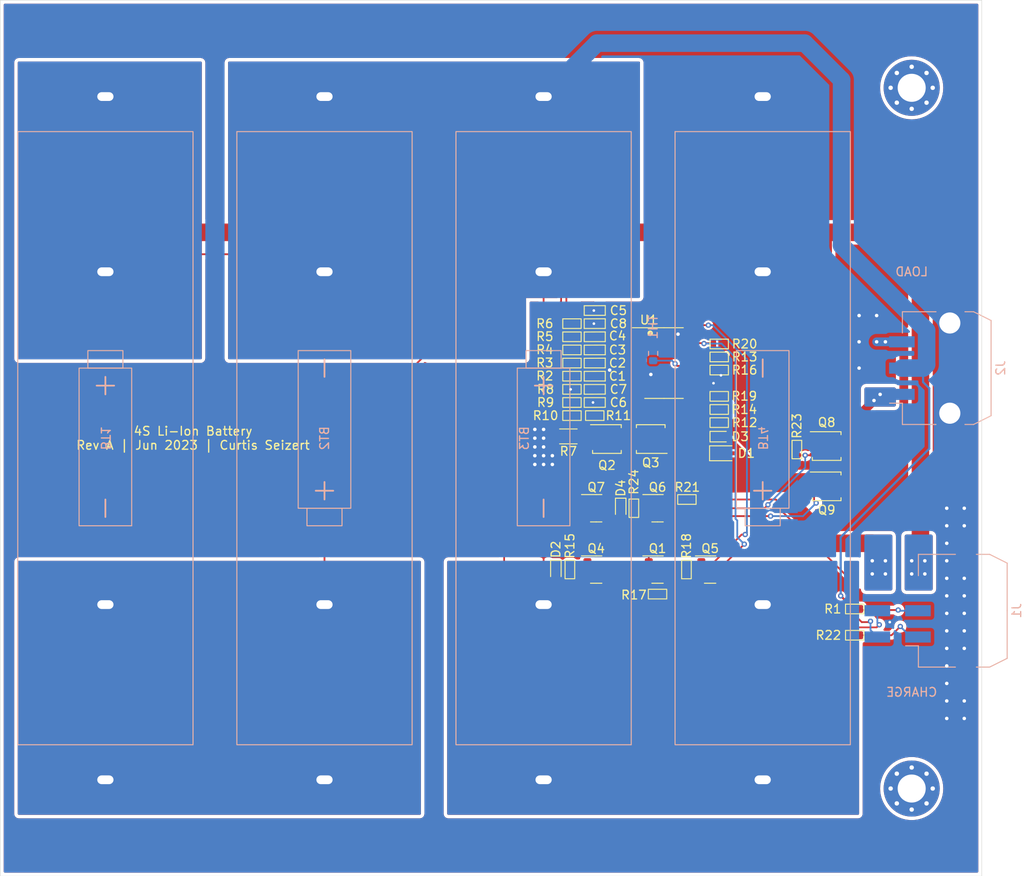
<source format=kicad_pcb>
(kicad_pcb (version 20211014) (generator pcbnew)
  (layers (0 "F.Cu" signal) (31 "B.Cu" power) (34 "B.Paste" user) (35 "F.Paste" user) (36 "B.SilkS" user "B.Silkscreen") (37 "F.SilkS" user "F.Silkscreen") (38 "B.Mask" user) (39 "F.Mask" user) (44 "Edge.Cuts" user))
  (net 0 "")
  (net 1 "BATT-")
  (net 2 "Net-(C2-Pad1)")
  (net 3 "Net-(C3-Pad1)")
  (net 4 "Net-(C4-Pad1)")
  (net 5 "PACK-")
  (net 6 "PACK+")
  (net 7 "VDD")
  (net 8 "4P")
  (net 9 "3P")
  (net 10 "2P")
  (net 11 "1P")
  (net 12 "AVDD")
  (net 13 "Net-(C4-Pad2)")
  (net 14 "Net-(C7-Pad2)")
  (net 15 "Net-(C7-Pad1)")
  (net 18 "/CHG_FET_G")
  (net 19 "/DSG_FET_G")
  (net 20 "V_{OUT}-")
  (net 21 "V_{OUT}+")
  (net 22 "Net-(R19-Pad1)")
  (net 23 "PWR_SW")
  (net 24 "CHG")
  (net 25 "PWR_SW_GND")
  (net 26 "/PRES")
  (net 27 "Net-(Q4-Pad3)")
  (net 28 "Net-(Q7-Pad3)")
  (net 29 "Net-(R11-Pad1)")
  (net 30 "Net-(R16-Pad2)")
  (net 31 "Net-(D1-Pad2)")
  (net 32 "Net-(D2-Pad1)")
  (net 33 "NMOS_G")
  (net 34 "Net-(Q6-Pad3)")
  (net 35 "Net-(Q2-Pad1)")
  (net 36 "Net-(Q2-Pad5)")
  (net 37 "Net-(R13-Pad1)")
  (net 38 "Net-(R13-Pad2)")
  (net 39 "Net-(R1-Pad2)")
  (footprint "Capacitor_SMD:C_0603_1608Metric_red_outline" (layer "F.Cu") (at 105.8375 75.925)
    (fp_text reference "C6")
    (fp_text value "0.1uF")
  )
  (footprint "Resistor_SMD:R_0603_1608Metric_red" (layer "F.Cu") (at 105.8375 77.425 180)
    (fp_text reference "R11")
    (fp_text value "1k")
  )
  (footprint "Resistor_SMD:R_0603_1608Metric_red" (layer "F.Cu") (at 120.0375 69.245)
    (fp_text reference "R20")
    (fp_text value "1M")
  )
  (footprint "Resistor_SMD:R_0603_1608Metric_red" (layer "F.Cu") (at 128.9 81.3 -90)
    (fp_text reference "R23")
    (fp_text value "1M")
  )
  (footprint "Package_TO_SOT_SMD:SOT-23" (layer "F.Cu") (at 119 95)
    (fp_text reference "Q5")
    (fp_text value "BSS84")
  )
  (footprint "Package_SO:Vishay_PowerPAK_1212-8_Single" (layer "F.Cu") (at 112.225 80.1 180)
    (fp_text reference "Q3")
    (fp_text value "SiS862ADN")
  )
  (footprint "Resistor_SMD:R_0603_1608Metric_red" (layer "F.Cu") (at 120.0375 72.225 180)
    (fp_text reference "R16")
    (fp_text value "100k")
  )
  (footprint "Resistor_SMD:R_0603_1608Metric_red" (layer "F.Cu") (at 103.2375 69.925)
    (fp_text reference "R4")
    (fp_text value "33R")
  )
  (footprint "Resistor_SMD:R_0603_1608Metric_red" (layer "F.Cu") (at 120.0375 70.725 180)
    (fp_text reference "R13")
    (fp_text value "10k")
  )
  (footprint "Resistor_SMD:R_1206_3216Metric_red" (layer "F.Cu") (at 102.825 79.8)
    (fp_text reference "R7")
    (fp_text value "0R01")
  )
  (footprint "Resistor_SMD:R_0603_1608Metric_red" (layer "F.Cu") (at 103.2375 68.425)
    (fp_text reference "R5")
    (fp_text value "33R")
  )
  (footprint "Capacitor_SMD:C_0603_1608Metric_red_outline" (layer "F.Cu") (at 105.8375 71.425 180)
    (fp_text reference "C2")
    (fp_text value "1uF")
  )
  (footprint "Package_SO:Vishay_PowerPAK_1212-8_Single" (layer "F.Cu") (at 107.225 80.1)
    (fp_text reference "Q2")
    (fp_text value "SiS862ADN")
  )
  (footprint "Diode_SMD:D_SOD-323" (layer "F.Cu") (at 120.4375 81.725)
    (fp_text reference "D1")
    (fp_text value "RB751V40")
  )
  (footprint "Package_TO_SOT_SMD:SOT-23" (layer "F.Cu") (at 106 95)
    (fp_text reference "Q4")
    (fp_text value "BSS123")
  )
  (footprint "Resistor_SMD:R_0603_1608Metric_red" (layer "F.Cu") (at 103.2375 72.925)
    (fp_text reference "R2")
    (fp_text value "33R")
  )
  (footprint "Resistor_SMD:R_0603_1608Metric_red" (layer "F.Cu") (at 110.3 88 -90)
    (fp_text reference "R24")
    (fp_text value "1M")
  )
  (footprint "Capacitor_SMD:C_0603_1608Metric_red_outline" (layer "F.Cu") (at 105.8375 66.925 180)
    (fp_text reference "C8")
    (fp_text value "1uF")
  )
  (footprint "Resistor_SMD:R_0603_1608Metric_red" (layer "F.Cu") (at 120.0375 78.225)
    (fp_text reference "R12")
    (fp_text value "1M")
  )
  (footprint "Package_SO:Vishay_PowerPAK_1212-8_Single" (layer "F.Cu") (at 132.3 85.5)
    (fp_text reference "Q9")
    (fp_text value "SiS862ADN")
  )
  (footprint "Resistor_SMD:R_0603_1608Metric_red" (layer "F.Cu") (at 135.5 99.5)
    (fp_text reference "R1")
    (fp_text value "1k")
  )
  (footprint "Diode_SMD:D_SOD-523" (layer "F.Cu") (at 101.4 95.1 -90)
    (fp_text reference "D2")
    (fp_text value "DZ2S100X0L")
  )
  (footprint "Package_TO_SOT_SMD:SOT-23" (layer "F.Cu") (at 113 88)
    (fp_text reference "Q6")
    (fp_text value "BSS123")
  )
  (footprint "Diode_SMD:D_SOD-523" (layer "F.Cu") (at 108.8 88 -90)
    (fp_text reference "D4")
    (fp_text value "DZ2S100X0L")
  )
  (footprint "Capacitor_SMD:C_0603_1608Metric_red_outline" (layer "F.Cu") (at 105.8375 69.925 180)
    (fp_text reference "C3")
    (fp_text value "1uF")
  )
  (footprint "Capacitor_SMD:C_0603_1608Metric_red_outline" (layer "F.Cu") (at 105.8375 65.425 180)
    (fp_text reference "C5")
    (fp_text value "1uF")
  )
  (footprint "MountingHole:MountingHole_3.2mm_M3_Pad_Via" (layer "F.Cu") (at 142 120)
    (fp_text reference "H2" hide)
    (fp_text value "MountingHole")
  )
  (footprint "Resistor_SMD:R_0603_1608Metric_red" (layer "F.Cu") (at 116.35 87 180)
    (fp_text reference "R21")
    (fp_text value "1k")
  )
  (footprint "Resistor_SMD:R_0603_1608Metric_red" (layer "F.Cu") (at 135.5 102.5)
    (fp_text reference "R22")
    (fp_text value "1k")
  )
  (footprint "Package_TO_SOT_SMD:SOT-23" (layer "F.Cu") (at 113 95)
    (fp_text reference "Q1")
    (fp_text value "BSS123")
  )
  (footprint "MountingHole:MountingHole_3.2mm_M3_Pad_Via" (layer "F.Cu") (at 142 40)
    (fp_text reference "H1" hide)
    (fp_text value "MountingHole")
  )
  (footprint "Resistor_SMD:R_0603_1608Metric_red" (layer "F.Cu") (at 103.2375 77.425 180)
    (fp_text reference "R10")
    (fp_text value "1M")
  )
  (footprint "Capacitor_SMD:C_0603_1608Metric_red_outline" (layer "F.Cu") (at 105.8375 74.425)
    (fp_text reference "C7")
    (fp_text value "0.1uF")
  )
  (footprint "Resistor_SMD:R_0603_1608Metric_red" (layer "F.Cu") (at 116.3 95 90)
    (fp_text reference "R18")
    (fp_text value "1M")
  )
  (footprint "Package_TO_SOT_SMD:SOT-23" (layer "F.Cu") (at 106 88)
    (fp_text reference "Q7")
    (fp_text value "BSS123")
  )
  (footprint "Capacitor_SMD:C_0603_1608Metric_red_outline" (layer "F.Cu") (at 105.8375 68.425 180)
    (fp_text reference "C4")
    (fp_text value "1uF")
  )
  (footprint "Package_SO:Vishay_PowerPAK_1212-8_Single" (layer "F.Cu") (at 132.3 80.9)
    (fp_text reference "Q8")
    (fp_text value "SiS443DN")
  )
  (footprint "Resistor_SMD:R_0603_1608Metric_red" (layer "F.Cu") (at 103 95 -90)
    (fp_text reference "R15")
    (fp_text value "1M")
  )
  (footprint "Resistor_SMD:R_0603_1608Metric_red" (layer "F.Cu") (at 120.0375 76.725 180)
    (fp_text reference "R14")
    (fp_text value "1k")
  )
  (footprint "Capacitor_SMD:C_0603_1608Metric_red_outline" (layer "F.Cu") (at 105.8375 72.925 180)
    (fp_text reference "C1")
    (fp_text value "1uF")
  )
  (footprint "Resistor_SMD:R_0603_1608Metric_red" (layer "F.Cu") (at 113 97.8 180)
    (fp_text reference "R17")
    (fp_text value "10k")
  )
  (footprint "Resistor_SMD:R_0603_1608Metric_red" (layer "F.Cu") (at 103.2375 74.425)
    (fp_text reference "R8")
    (fp_text value "100R")
  )
  (footprint "NetTie:NetTie-2_SMD_Pad0.2mm" (layer "F.Cu") (at 102.6 64.9 -90)
    (fp_text reference "NT1" hide)
    (fp_text value "Net-Tie_2")
  )
  (footprint "Diode_SMD:D_SOD-523" (layer "F.Cu") (at 120.1375 79.825)
    (fp_text reference "D3")
    (fp_text value "DZ2S100X0L")
  )
  (footprint "Package_SO:TSSOP-24_4.4x7.8mm_P0.65mm" (layer "F.Cu") (at 113.7375 71.425)
    (fp_text reference "U1")
    (fp_text value "BQ77915-08")
  )
  (footprint "Resistor_SMD:R_0603_1608Metric_red" (layer "F.Cu") (at 103.2375 66.925)
    (fp_text reference "R6")
    (fp_text value "1k")
  )
  (footprint "Resistor_SMD:R_0603_1608Metric_red" (layer "F.Cu") (at 120.0375 75.225)
    (fp_text reference "R19")
    (fp_text value "470k")
  )
  (footprint "Resistor_SMD:R_0603_1608Metric_red" (layer "F.Cu") (at 103.2375 71.425)
    (fp_text reference "R3")
    (fp_text value "33R")
  )
  (footprint "Resistor_SMD:R_0603_1608Metric_red" (layer "F.Cu") (at 103.2375 75.925 180)
    (fp_text reference "R9")
    (fp_text value "100R")
  )
  (footprint "Battery:BatteryHolder_Keystone246_21700" (layer "B.Cu") (at 125 80 -90)
    (fp_text reference "BT4")
    (fp_text value "Battery_Cell")
  )
  (footprint "Connector_Molex:Molex_Micro-Fit_3.0_43650-0310_1x03-1MP_P3.00mm_Horizontal" (layer "B.Cu") (at 146 72 90)
    (fp_text reference "J2")
    (fp_text value "Micro-Fit 3.0 43650-0310")
  )
  (footprint "Battery:BatteryHolder_Keystone246_21700" (layer "B.Cu") (at 75 80 -90)
    (fp_text reference "BT2")
    (fp_text value "Battery_Cell")
  )
  (footprint "Battery:BatteryHolder_Keystone246_21700" (layer "B.Cu") (at 100 80 90)
    (fp_text reference "BT3")
    (fp_text value "Battery_Cell")
  )
  (footprint "Battery:BatteryHolder_Keystone246_21700" (layer "B.Cu") (at 50 80 90)
    (fp_text reference "BT1")
    (fp_text value "Battery_Cell")
  )
  (footprint "Resistor_SMD:R_0603_1608Metric" (layer "B.Cu") (at 112.5 70.325 90)
    (fp_text reference "TH1")
    (fp_text value "103-AT")
  )
  (footprint "Connector_Molex:Molex_Micro-Fit_3.0_43045-0610_2x03-1MP_P3.00mm_Horizontal" (layer "B.Cu") (at 140.4 99.7 90)
    (fp_text reference "J1")
    (fp_text value "Molex Micro-Fit 3.0 43045-0610")
  )
  (gr_rect (start 38 30) (end 150 130) (layer "Edge.Cuts") (width 0.05) (fill none))
  (gr_text "LOAD" (at 142 61) (layer "B.SilkS") (effects (font (size 1 1)) (justify mirror)))
  (gr_text "CHARGE" (at 142 109) (layer "B.SilkS") (effects (font (size 1 1)) (justify mirror)))
  (gr_text "4S Li-Ion Battery\nRev A | Jun 2023 | Curtis Seizert" (at 60 80) (layer "F.SilkS") (effects (font (size 1 1))))
  (segment (start 111.55 96.4) (end 112 95.95) (width 0.2) (layer "F.Cu") (net 1))
  (segment (start 118.4375 73.725) (end 119.3875 73.725) (width 0.2) (layer "F.Cu") (net 1))
  (segment (start 101.4 95.8) (end 102.85 95.8) (width 0.2) (layer "F.Cu") (net 1))
  (segment (start 115.6125 67.85) (end 116.6375 67.85) (width 0.2) (layer "F.Cu") (net 1))
  (segment (start 108.8 88.7) (end 110.25 88.7) (width 0.2) (layer "F.Cu") (net 1))
  (segment (start 100.8 95.8) (end 101.4 95.8) (width 0.2) (layer "F.Cu") (net 1))
  (segment (start 109.4 96.4) (end 109.4 97.2) (width 0.2) (layer "F.Cu") (net 1))
  (segment (start 109.4 97.2) (end 114.7 102.5) (width 0.2) (layer "F.Cu") (net 1))
  (segment (start 108.6125 72.4) (end 108.4375 72.225) (width 0.2) (layer "F.Cu") (net 1))
  (segment (start 116.6425 68.495) (end 119.9375 68.495) (width 0.2) (layer "F.Cu") (net 1))
  (segment (start 104.05 88.95) (end 100 93) (width 0.2) (layer "F.Cu") (net 1))
  (segment (start 105.0625 66.925) (end 105.7375 66.925) (width 0.25) (layer "F.Cu") (net 1))
  (segment (start 100 95) (end 100.8 95.8) (width 0.2) (layer "F.Cu") (net 1))
  (segment (start 111.9125 73.05) (end 112.2375 72.725) (width 0.25) (layer "F.Cu") (net 1))
  (segment (start 101 83) (end 101 84.95) (width 0.25) (layer "F.Cu") (net 1))
  (segment (start 104.7 95.65) (end 105 95.95) (width 0.2) (layer "F.Cu") (net 1))
  (segment (start 105.0625 75.925) (end 105.6375 75.925) (width 0.3) (layer "F.Cu") (net 1))
  (segment (start 107.5375 72.225) (end 107.3125 72.225) (width 0.2) (layer "F.Cu") (net 1))
  (segment (start 105.25 88.7) (end 108.8 88.7) (width 0.2) (layer "F.Cu") (net 1))
  (segment (start 101 84.95) (end 105 88.95) (width 0.25) (layer "F.Cu") (net 1))
  (segment (start 117.7625 73.05) (end 118.4375 73.725) (width 0.2) (layer "F.Cu") (net 1))
  (segment (start 111.9125 72.4) (end 112.2375 72.725) (width 0.25) (layer "F.Cu") (net 1))
  (segment (start 109.4 96.4) (end 111.55 96.4) (width 0.2) (layer "F.Cu") (net 1))
  (segment (start 119.9375 68.495) (end 120.6875 69.245) (width 0.2) (layer "F.Cu") (net 1))
  (segment (start 110.8375 72.4) (end 111.9125 72.4) (width 0.25) (layer "F.Cu") (net 1))
  (segment (start 105.45 96.4) (end 109.4 96.4) (width 0.2) (layer "F.Cu") (net 1))
  (segment (start 100 93) (end 100 95) (width 0.2) (layer "F.Cu") (net 1))
  (segment (start 110.8375 72.4) (end 108.6125 72.4) (width 0.2) (layer "F.Cu") (net 1))
  (segment (start 105 88.95) (end 104.05 88.95) (width 0.2) (layer "F.Cu") (net 1))
  (segment (start 105.0625 65.425) (end 105.729322 65.425) (width 0.25) (layer "F.Cu") (net 1))
  (segment (start 110.8375 73.05) (end 111.9125 73.05) (width 0.25) (layer "F.Cu") (net 1))
  (segment (start 115.3375 68.125) (end 115.7125 68.5) (width 0.2) (layer "F.Cu") (net 1))
  (segment (start 107.3125 72.225) (end 106.6125 72.925) (width 0.2) (layer "F.Cu") (net 1))
  (segment (start 108.4375 72.225) (end 107.5375 72.225) (width 0.2) (layer "F.Cu") (net 1))
  (segment (start 103 95.65) (end 104.7 95.65) (width 0.2) (layer "F.Cu") (net 1))
  (segment (start 114.7 102.5) (end 134.85 102.5) (width 0.2) (layer "F.Cu") (net 1))
  (segment (start 102.5875 74.425) (end 103.088 74.425) (width 0.3) (layer "F.Cu") (net 1))
  (segment (start 115.7125 68.5) (end 116.6375 68.5) (width 0.2) (layer "F.Cu") (net 1))
  (segment (start 105 95.95) (end 105.45 96.4) (width 0.2) (layer "F.Cu") (net 1))
  (segment (start 116.6375 73.05) (end 117.7625 73.05) (width 0.2) (layer "F.Cu") (net 1))
  (segment (start 105.729322 65.425) (end 105.733411 65.429089) (width 0.25) (layer "F.Cu") (net 1))
  (segment (start 115.3375 68.125) (end 115.6125 67.85) (width 0.2) (layer "F.Cu") (net 1))
  (via (at 146 112) (size 0.8) (drill 0.4) (layers "F.Cu" "B.Cu") (net 1))
  (via (at 146 88) (size 0.8) (drill 0.4) (layers "F.Cu" "B.Cu") (net 1))
  (via (at 148 96) (size 0.8) (drill 0.4) (layers "F.Cu" "B.Cu") (net 1))
  (via (at 99 81) (size 0.8) (drill 0.4) (layers "F.Cu" "B.Cu") (net 1))
  (via (at 101 82) (size 0.8) (drill 0.4) (layers "F.Cu" "B.Cu") (net 1))
  (via (at 115.3375 68.125) (size 0.8) (drill 0.4) (layers "F.Cu" "B.Cu") (net 1))
  (via (at 99 79) (size 0.8) (drill 0.4) (layers "F.Cu" "B.Cu") (net 1))
  (via (at 105.7375 66.925) (size 0.6) (drill 0.3) (layers "F.Cu" "B.Cu") (net 1))
  (via (at 136 66) (size 0.8) (drill 0.4) (layers "F.Cu" "B.Cu") (net 1))
  (via (at 101 83) (size 0.8) (drill 0.4) (layers "F.Cu" "B.Cu") (net 1))
  (via (at 146 104) (size 0.8) (drill 0.4) (layers "F.Cu" "B.Cu") (net 1))
  (via (at 148 104) (size 0.8) (drill 0.4) (layers "F.Cu" "B.Cu") (net 1))
  (via (at 146 98) (size 0.8) (drill 0.4) (layers "F.Cu" "B.Cu") (net 1))
  (via (at 107.5375 72.225) (size 0.8) (drill 0.4) (layers "F.Cu" "B.Cu") (net 1))
  (via (at 99 83) (size 0.8) (drill 0.4) (layers "F.Cu" "B.Cu") (net 1))
  (via (at 146 102) (size 0.8) (drill 0.4) (layers "F.Cu" "B.Cu") (net 1))
  (via (at 148 98) (size 0.8) (drill 0.4) (layers "F.Cu" "B.Cu") (net 1))
  (via (at 100 82) (size 0.8) (drill 0.4) (layers "F.Cu" "B.Cu") (net 1))
  (via (at 146 108) (size 0.8) (drill 0.4) (layers "F.Cu" "B.Cu") (net 1))
  (via (at 146 106) (size 0.8) (drill 0.4) (layers "F.Cu" "B.Cu") (net 1))
  (via (at 100 81) (size 0.8) (drill 0.4) (layers "F.Cu" "B.Cu") (net 1))
  (via (at 148 100) (size 0.8) (drill 0.4) (layers "F.Cu" "B.Cu") (net 1))
  (via (at 100 80) (size 0.8) (drill 0.4) (layers "F.Cu" "B.Cu") (net 1))
  (via (at 105.733411 65.429089) (size 0.6) (drill 0.3) (layers "F.Cu" "B.Cu") (net 1))
  (via (at 146 110) (size 0.8) (drill 0.4) (layers "F.Cu" "B.Cu") (net 1))
  (via (at 136 72) (size 0.8) (drill 0.4) (layers "F.Cu" "B.Cu") (net 1))
  (via (at 146 96) (size 0.8) (drill 0.4) (layers "F.Cu" "B.Cu") (net 1))
  (via (at 139.5 101) (size 0.6) (drill 0.3) (layers "F.Cu" "B.Cu") (net 1))
  (via (at 138 66) (size 0.8) (drill 0.4) (layers "F.Cu" "B.Cu") (net 1))
  (via (at 119.3875 73.725) (size 0.6) (drill 0.3) (layers "F.Cu" "B.Cu") (net 1))
  (via (at 146 94) (size 0.8) (drill 0.4) (layers "F.Cu" "B.Cu") (net 1))
  (via (at 99 82) (size 0.8) (drill 0.4) (layers "F.Cu" "B.Cu") (net 1))
  (via (at 120.2375 72.825) (size 0.6) (drill 0.3) (layers "F.Cu" "B.Cu") (net 1))
  (via (at 148 112) (size 0.8) (drill 0.4) (layers "F.Cu" "B.Cu") (net 1))
  (via (at 100 79) (size 0.8) (drill 0.4) (layers "F.Cu" "B.Cu") (net 1))
  (via (at 146 100) (size 0.8) (drill 0.4) (layers "F.Cu" "B.Cu") (net 1))
  (via (at 148 88) (size 0.8) (drill 0.4) (layers "F.Cu" "B.Cu") (net 1))
  (via (at 146 90) (size 0.8) (drill 0.4) (layers "F.Cu" "B.Cu") (net 1))
  (via (at 136 69) (size 0.8) (drill 0.4) (layers "F.Cu" "B.Cu") (net 1))
  (via (at 148 102) (size 0.8) (drill 0.4) (layers "F.Cu" "B.Cu") (net 1))
  (via (at 105.6375 75.925) (size 0.6) (drill 0.3) (layers "F.Cu" "B.Cu") (net 1))
  (via (at 100 83) (size 0.8) (drill 0.4) (layers "F.Cu" "B.Cu") (net 1))
  (via (at 148 90) (size 0.8) (drill 0.4) (layers "F.Cu" "B.Cu") (net 1))
  (via (at 148 110) (size 0.8) (drill 0.4) (layers "F.Cu" "B.Cu") (net 1))
  (via (at 99 80) (size 0.8) (drill 0.4) (layers "F.Cu" "B.Cu") (net 1))
  (via (at 146 92) (size 0.8) (drill 0.4) (layers "F.Cu" "B.Cu") (net 1))
  (via (at 103.088 74.425) (size 0.6) (drill 0.3) (layers "F.Cu" "B.Cu") (net 1))
  (via (at 112.2375 72.725) (size 0.8) (drill 0.4) (layers "F.Cu" "B.Cu") (net 1))
  (segment (start 109.2625 71.75) (end 110.8375 71.75) (width 0.2) (layer "F.Cu") (net 2))
  (segment (start 105.0625 72.925) (end 103.8875 72.925) (width 0.2) (layer "F.Cu") (net 2))
  (segment (start 108.9375 71.425) (end 109.2625 71.75) (width 0.2) (layer "F.Cu") (net 2))
  (segment (start 106.6125 71.425) (end 108.9375 71.425) (width 0.2) (layer "F.Cu") (net 2))
  (segment (start 106.5625 71.425) (end 105.0625 72.925) (width 0.2) (layer "F.Cu") (net 2))
  (segment (start 110.8375 71.1) (end 109.6125 71.1) (width 0.2) (layer "F.Cu") (net 3))
  (segment (start 105.0625 71.425) (end 103.8875 71.425) (width 0.2) (layer "F.Cu") (net 3))
  (segment (start 108.4375 69.925) (end 106.6125 69.925) (width 0.2) (layer "F.Cu") (net 3))
  (segment (start 109.6125 71.1) (end 108.4375 69.925) (width 0.2) (layer "F.Cu") (net 3))
  (segment (start 105.0625 71.046751) (end 105.0625 71.425) (width 0.2) (layer "F.Cu") (net 3))
  (segment (start 106.6125 69.925) (end 106.184251 69.925) (width 0.2) (layer "F.Cu") (net 3))
  (segment (start 106.184251 69.925) (end 105.0625 71.046751) (width 0.2) (layer "F.Cu") (net 3))
  (segment (start 105.0625 69.925) (end 103.8875 69.925) (width 0.2) (layer "F.Cu") (net 4))
  (segment (start 107.8375 68.425) (end 109.8625 70.45) (width 0.2) (layer "F.Cu") (net 4))
  (segment (start 106.5625 68.425) (end 105.0625 69.925) (width 0.2) (layer "F.Cu") (net 4))
  (segment (start 106.6125 68.425) (end 107.8375 68.425) (width 0.2) (layer "F.Cu") (net 4))
  (segment (start 109.8625 70.45) (end 110.8375 70.45) (width 0.2) (layer "F.Cu") (net 4))
  (segment (start 137.5 92) (end 132.7 92) (width 2) (layer "F.Cu") (net 5))
  (segment (start 121.4375 75.975) (end 121.4375 77.475) (width 0.2) (layer "F.Cu") (net 5))
  (segment (start 128.9 85.1) (end 130.1 85.1) (width 2) (layer "F.Cu") (net 5))
  (segment (start 120.6875 75.225) (end 121.4375 75.975) (width 0.2) (layer "F.Cu") (net 5))
  (segment (start 132.7 92) (end 128.5 87.8) (width 2) (layer "F.Cu") (net 5))
  (segment (start 120.8375 79.825) (end 122.2375 81.225) (width 0.2) (layer "F.Cu") (net 5))
  (segment (start 128.5 85.5) (end 128.9 85.1) (width 2) (layer "F.Cu") (net 5))
  (segment (start 128.5 87.8) (end 128.5 85.5) (width 2) (layer "F.Cu") (net 5))
  (segment (start 121.4375 77.475) (end 120.6875 78.225) (width 0.2) (layer "F.Cu") (net 5))
  (segment (start 120.8375 79.825) (end 120.8375 78.375) (width 0.2) (layer "F.Cu") (net 5))
  (via (at 139 94) (size 0.8) (drill 0.4) (layers "F.Cu" "B.Cu") (net 5))
  (via (at 137.5 95.5) (size 0.8) (drill 0.4) (layers "F.Cu" "B.Cu") (net 5))
  (via (at 139 95.5) (size 0.8) (drill 0.4) (layers "F.Cu" "B.Cu") (net 5))
  (via (at 137.5 94) (size 0.8) (drill 0.4) (layers "F.Cu" "B.Cu") (net 5))
  (segment (start 54.5 56.5) (end 50 61) (width 2) (layer "F.Cu") (net 6))
  (segment (start 102.6 59.9) (end 101.7 59) (width 0.2) (layer "F.Cu") (net 6))
  (segment (start 101.7 59) (end 59.9 59) (width 0.2) (layer "F.Cu") (net 6))
  (segment (start 102.6 64.6) (end 102.6 59.9) (width 0.2) (layer "F.Cu") (net 6))
  (segment (start 132.4 56.6) (end 132.3 56.5) (width 1) (layer "F.Cu") (net 6))
  (segment (start 54.5 56.5) (end 132.3 56.5) (width 2) (layer "F.Cu") (net 6))
  (segment (start 143 91.4) (end 143 57.8) (width 2) (layer "F.Cu") (net 6))
  (segment (start 132.4 70.8) (end 132.4 56.6) (width 1) (layer "F.Cu") (net 6))
  (segment (start 128.9 74.3) (end 132.4 70.8) (width 1) (layer "F.Cu") (net 6))
  (segment (start 142.5 91.9) (end 143 91.4) (width 2) (layer "F.Cu") (net 6))
  (segment (start 143 57.8) (end 141.8 56.6) (width 2) (layer "F.Cu") (net 6))
  (segment (start 59.9 59) (end 57.9 61) (width 0.2) (layer "F.Cu") (net 6))
  (segment (start 128.9 80.65) (end 128.9 74.3) (width 1) (layer "F.Cu") (net 6))
  (segment (start 57.9 61) (end 50 61) (width 0.2) (layer "F.Cu") (net 6))
  (segment (start 141.7 56.5) (end 132.3 56.5) (width 2) (layer "F.Cu") (net 6))
  (via (at 142 94) (size 0.8) (drill 0.4) (layers "F.Cu" "B.Cu") (net 6))
  (via (at 143.5 95.5) (size 0.8) (drill 0.4) (layers "F.Cu" "B.Cu") (net 6))
  (via (at 143.5 94) (size 0.8) (drill 0.4) (layers "F.Cu" "B.Cu") (net 6))
  (via (at 142 95.5) (size 0.8) (drill 0.4) (layers "F.Cu" "B.Cu") (net 6))
  (segment (start 109.8625 67.85) (end 110.8375 67.85) (width 0.25) (layer "F.Cu") (net 7))
  (segment (start 103.8875 66.925) (end 103.8875 66.275) (width 0.25) (layer "F.Cu") (net 7))
  (segment (start 107.4375 65.425) (end 109.8625 67.85) (width 0.25) (layer "F.Cu") (net 7))
  (segment (start 104.3375 64.525) (end 105.7125 64.525) (width 0.25) (layer "F.Cu") (net 7))
  (segment (start 117.7 95.65) (end 118 95.95) (width 0.2) (layer "F.Cu") (net 7))
  (segment (start 122.6 91) (end 118 95.6) (width 0.2) (layer "F.Cu") (net 7))
  (segment (start 123 91) (end 122.6 91) (width 0.2) (layer "F.Cu") (net 7))
  (segment (start 110.8375 67.85) (end 113.35 67.85) (width 0.2) (layer "F.Cu") (net 7))
  (segment (start 104.2375 65.925) (end 104.2375 64.625) (width 0.25) (layer "F.Cu") (net 7))
  (segment (start 116.3 95.65) (end 117.7 95.65) (width 0.2) (layer "F.Cu") (net 7))
  (segment (start 105.7125 64.525) (end 106.6125 65.425) (width 0.25) (layer "F.Cu") (net 7))
  (segment (start 104.2375 64.625) (end 104.3375 64.525) (width 0.25) (layer "F.Cu") (net 7))
  (segment (start 106.6125 65.425) (end 107.4375 65.425) (width 0.25) (layer "F.Cu") (net 7))
  (segment (start 113.35 67.85) (end 114.1 67.1) (width 0.2) (layer "F.Cu") (net 7))
  (segment (start 103.8875 66.275) (end 104.2375 65.925) (width 0.25) (layer "F.Cu") (net 7))
  (segment (start 118 95.6) (end 118 95.913604) (width 0.2) (layer "F.Cu") (net 7))
  (segment (start 114.1 67.1) (end 118.8 67.1) (width 0.2) (layer "F.Cu") (net 7))
  (via (at 118.8 67.1) (size 0.6) (drill 0.3) (layers "F.Cu" "B.Cu") (net 7))
  (via (at 123 91) (size 0.6) (drill 0.3) (layers "F.Cu" "B.Cu") (net 7))
  (segment (start 123 91) (end 123.2 90.8) (width 0.2) (layer "B.Cu") (net 7))
  (segment (start 119.3 67.1) (end 118.8 67.1) (width 0.2) (layer "B.Cu") (net 7))
  (segment (start 123.2 90.8) (end 123.2 71) (width 0.2) (layer "B.Cu") (net 7))
  (segment (start 123.2 71) (end 119.3 67.1) (width 0.2) (layer "B.Cu") (net 7))
  (segment (start 102.5875 66.925) (end 102.5875 68.425) (width 0.2) (layer "F.Cu") (net 8))
  (segment (start 102.5875 66.925) (end 102.5875 65.1375) (width 0.2) (layer "F.Cu") (net 8))
  (segment (start 97.3 59.7) (end 101.4 59.7) (width 0.2) (layer "F.Cu") (net 9))
  (segment (start 101.7125 69.4875) (end 101.7125 64.6875) (width 0.2) (layer "F.Cu") (net 9))
  (segment (start 102 64.4) (end 101.7125 64.6875) (width 0.2) (layer "F.Cu") (net 9))
  (segment (start 102 60.3) (end 102 64.4) (width 0.2) (layer "F.Cu") (net 9))
  (segment (start 101.4 59.7) (end 102 60.3) (width 0.2) (layer "F.Cu") (net 9))
  (segment (start 75 82) (end 97.3 59.7) (width 0.2) (layer "F.Cu") (net 9))
  (segment (start 102.15 69.925) (end 101.7125 69.4875) (width 0.2) (layer "F.Cu") (net 9))
  (segment (start 75 99) (end 75 82) (width 0.2) (layer "F.Cu") (net 9))
  (segment (start 102.5875 69.925) (end 102.15 69.925) (width 0.2) (layer "F.Cu") (net 9))
  (segment (start 134.85 98.95) (end 133.9 98) (width 0.25) (layer "F.Cu") (net 10))
  (segment (start 101.9375 71.425) (end 100 69.4875) (width 0.2) (layer "F.Cu") (net 10))
  (segment (start 134.85 99.5) (end 134.85 98.95) (width 0.25) (layer "F.Cu") (net 10))
  (segment (start 102.5875 71.425) (end 101.9375 71.425) (width 0.2) (layer "F.Cu") (net 10))
  (segment (start 100 69.4875) (end 100 61) (width 0.2) (layer "F.Cu") (net 10))
  (via (at 133.9 98) (size 0.6) (drill 0.3) (layers "F.Cu" "B.Cu") (net 10))
  (segment (start 143.3 72) (end 140.88 72) (width 2) (layer "B.Cu") (net 10))
  (segment (start 143.7 67.7) (end 143.7 71.6) (width 2) (layer "B.Cu") (net 10))
  (segment (start 133.9 98) (end 133.9 91.3) (width 0.25) (layer "B.Cu") (net 10))
  (segment (start 143.3 73.6) (end 143.3 72) (width 0.25) (layer "B.Cu") (net 10))
  (segment (start 100 41) (end 106.1 34.9) (width 2) (layer "B.Cu") (net 10))
  (segment (start 143.7 71.6) (end 143.3 72) (width 2) (layer "B.Cu") (net 10))
  (segment (start 144 74.3) (end 143.3 73.6) (width 0.25) (layer "B.Cu") (net 10))
  (segment (start 129.8 34.9) (end 134 39.1) (width 2) (layer "B.Cu") (net 10))
  (segment (start 106.1 34.9) (end 129.8 34.9) (width 2) (layer "B.Cu") (net 10))
  (segment (start 133.9 91.3) (end 144 81.2) (width 0.25) (layer "B.Cu") (net 10))
  (segment (start 134 58) (end 143.7 67.7) (width 2) (layer "B.Cu") (net 10))
  (segment (start 144 81.2) (end 144 74.3) (width 0.25) (layer "B.Cu") (net 10))
  (segment (start 134 39.1) (end 134 58) (width 2) (layer "B.Cu") (net 10))
  (segment (start 102.5875 72.925) (end 99.375 72.925) (width 0.2) (layer "F.Cu") (net 11))
  (segment (start 95.5 97.2) (end 97.3 99) (width 0.2) (layer "F.Cu") (net 11))
  (segment (start 95.5 76.8) (end 95.5 97.2) (width 0.2) (layer "F.Cu") (net 11))
  (segment (start 99.375 72.925) (end 95.5 76.8) (width 0.2) (layer "F.Cu") (net 11))
  (segment (start 97.3 99) (end 100 99) (width 0.2) (layer "F.Cu") (net 11))
  (segment (start 106.6125 66.925) (end 108.0375 66.925) (width 0.25) (layer "F.Cu") (net 12))
  (segment (start 108.0375 66.925) (end 109.6125 68.5) (width 0.25) (layer "F.Cu") (net 12))
  (segment (start 115.1625 70.45) (end 114.4375 69.725) (width 0.2) (layer "F.Cu") (net 12))
  (segment (start 114.4375 69.725) (end 114.4375 69.325) (width 0.2) (layer "F.Cu") (net 12))
  (segment (start 114.4375 69.325) (end 113.6125 68.5) (width 0.2) (layer "F.Cu") (net 12))
  (segment (start 113.6125 68.5) (end 110.8375 68.5) (width 0.2) (layer "F.Cu") (net 12))
  (segment (start 116.6375 70.45) (end 115.1625 70.45) (width 0.2) (layer "F.Cu") (net 12))
  (segment (start 109.6125 68.5) (end 110.8375 68.5) (width 0.25) (layer "F.Cu") (net 12))
  (segment (start 109.7375 69.325) (end 109.9125 69.15) (width 0.2) (layer "F.Cu") (net 13))
  (segment (start 109.7375 69.425) (end 110.1125 69.8) (width 0.2) (layer "F.Cu") (net 13))
  (segment (start 107.9875 67.675) (end 109.4625 69.15) (width 0.2) (layer "F.Cu") (net 13))
  (segment (start 110.1125 69.8) (end 110.8375 69.8) (width 0.2) (layer "F.Cu") (net 13))
  (segment (start 109.4625 69.15) (end 110.8375 69.15) (width 0.2) (layer "F.Cu") (net 13))
  (segment (start 109.7375 69.425) (end 109.7375 69.325) (width 0.2) (layer "F.Cu") (net 13))
  (segment (start 109.4625 69.15) (end 109.7375 69.425) (width 0.2) (layer "F.Cu") (net 13))
  (segment (start 105.0625 68.425) (end 105.8125 67.675) (width 0.2) (layer "F.Cu") (net 13))
  (segment (start 103.8875 68.425) (end 105.0625 68.425) (width 0.2) (layer "F.Cu") (net 13))
  (segment (start 109.9125 69.15) (end 110.8375 69.15) (width 0.2) (layer "F.Cu") (net 13))
  (segment (start 105.8125 67.675) (end 107.9875 67.675) (width 0.2) (layer "F.Cu") (net 13))
  (segment (start 104.6375 73.675) (end 105.8625 73.675) (width 0.2) (layer "F.Cu") (net 14))
  (segment (start 110.8375 73.7) (end 107.3375 73.7) (width 0.2) (layer "F.Cu") (net 14))
  (segment (start 103.8875 74.425) (end 104.6375 73.675) (width 0.2) (layer "F.Cu") (net 14))
  (segment (start 105.8625 73.675) (end 106.6125 74.425) (width 0.2) (layer "F.Cu") (net 14))
  (segment (start 107.3375 73.7) (end 106.6125 74.425) (width 0.2) (layer "F.Cu") (net 14))
  (segment (start 106.5625 75.925) (end 105.0625 74.425) (width 0.2) (layer "F.Cu") (net 15))
  (segment (start 105.8625 76.675) (end 106.6125 75.925) (width 0.2) (layer "F.Cu") (net 15))
  (segment (start 107.8125 74.35) (end 110.8375 74.35) (width 0.2) (layer "F.Cu") (net 15))
  (segment (start 103.8875 75.925) (end 104.6375 76.675) (width 0.2) (layer "F.Cu") (net 15))
  (segment (start 106.6125 75.925) (end 106.6125 75.55) (width 0.2) (layer "F.Cu") (net 15))
  (segment (start 106.6125 75.55) (end 107.8125 74.35) (width 0.2) (layer "F.Cu") (net 15))
  (segment (start 104.6375 76.675) (end 105.8625 76.675) (width 0.2) (layer "F.Cu") (net 15))
  (segment (start 119.3875 76.725) (end 119.3875 78.225) (width 0.2) (layer "F.Cu") (net 18))
  (segment (start 113.66 79.11) (end 117.915 79.11) (width 0.2) (layer "F.Cu") (net 18))
  (segment (start 119.4375 79.825) (end 119.4375 81.675) (width 0.2) (layer "F.Cu") (net 18))
  (segment (start 118.8 78.225) (end 119.3875 78.225) (width 0.2) (layer "F.Cu") (net 18))
  (segment (start 119.3875 78.225) (end 119.3875 79.775) (width 0.2) (layer "F.Cu") (net 18))
  (segment (start 117.915 79.11) (end 118.8 78.225) (width 0.2) (layer "F.Cu") (net 18))
  (segment (start 106.151104 78.175) (end 105.976104 78) (width 0.2) (layer "F.Cu") (net 19))
  (segment (start 106.585 80.9325) (end 106.585 78.585) (width 0.2) (layer "F.Cu") (net 19))
  (segment (start 105.1875 77.425) (end 103.8875 77.425) (width 0.2) (layer "F.Cu") (net 19))
  (segment (start 106.175 78.175) (end 106.151104 78.175) (width 0.2) (layer "F.Cu") (net 19))
  (segment (start 105.79 81.09) (end 106.4275 81.09) (width 0.2) (layer "F.Cu") (net 19))
  (segment (start 106.4275 81.09) (end 106.585 80.9325) (width 0.2) (layer "F.Cu") (net 19))
  (segment (start 105 85.7) (end 105 87.05) (width 0.2) (layer "F.Cu") (net 19))
  (segment (start 105.976104 78) (end 105.625 78) (width 0.2) (layer "F.Cu") (net 19))
  (segment (start 105.625 78) (end 105.1875 77.5625) (width 0.2) (layer "F.Cu") (net 19))
  (segment (start 105.79 84.91) (end 105 85.7) (width 0.2) (layer "F.Cu") (net 19))
  (segment (start 105.79 81.09) (end 105.79 84.91) (width 0.2) (layer "F.Cu") (net 19))
  (segment (start 106.585 78.585) (end 106.175 78.175) (width 0.2) (layer "F.Cu") (net 19))
  (segment (start 133.5 85.5) (end 141.1 77.9) (width 1) (layer "F.Cu") (net 20))
  (segment (start 139 69) (end 138 69) (width 1) (layer "F.Cu") (net 20))
  (segment (start 132.8575 85.5) (end 133.5 85.5) (width 1) (layer "F.Cu") (net 20))
  (segment (start 141.1 77.9) (end 141.1 69.4) (width 1) (layer "F.Cu") (net 20))
  (segment (start 141.1 69.4) (end 140.7 69) (width 1) (layer "F.Cu") (net 20))
  (segment (start 140.7 69) (end 139 69) (width 1) (layer "F.Cu") (net 20))
  (via (at 139 69) (size 0.8) (drill 0.4) (layers "F.Cu" "B.Cu") (net 20))
  (via (at 138 69) (size 0.8) (drill 0.4) (layers "F.Cu" "B.Cu") (net 20))
  (segment (start 140.88 69) (end 138 69) (width 1) (layer "B.Cu") (net 20))
  (segment (start 137.7 75.7) (end 138.4 75) (width 1) (layer "F.Cu") (net 21))
  (segment (start 132.8575 80.9) (end 132.8575 80.5425) (width 1) (layer "F.Cu") (net 21))
  (segment (start 132.8575 80.5425) (end 137.7 75.7) (width 1) (layer "F.Cu") (net 21))
  (via (at 138.4 75) (size 0.8) (drill 0.4) (layers "F.Cu" "B.Cu") (net 21))
  (via (at 137.7 75.7) (size 0.8) (drill 0.4) (layers "F.Cu" "B.Cu") (net 21))
  (segment (start 140.88 75) (end 138.4 75) (width 1) (layer "B.Cu") (net 21))
  (segment (start 116.6375 74.35) (end 117.7625 74.35) (width 0.2) (layer "F.Cu") (net 22))
  (segment (start 117.7625 74.35) (end 118.6375 75.225) (width 0.2) (layer "F.Cu") (net 22))
  (segment (start 118.6375 75.225) (end 119.3875 75.225) (width 0.2) (layer "F.Cu") (net 22))
  (segment (start 126.6 87.1) (end 126.6 87.751471) (width 0.2) (layer "F.Cu") (net 23))
  (segment (start 126.5 87) (end 126.6 87.1) (width 0.2) (layer "F.Cu") (net 23))
  (segment (start 137.2 101) (end 137.3 100.9) (width 0.2) (layer "F.Cu") (net 23))
  (segment (start 117 87) (end 126.5 87) (width 0.2) (layer "F.Cu") (net 23))
  (segment (start 126.6 87.751471) (end 135.45 96.601471) (width 0.2) (layer "F.Cu") (net 23))
  (segment (start 135.45 96.601471) (end 135.45 100.15) (width 0.2) (layer "F.Cu") (net 23))
  (segment (start 135.45 100.15) (end 136.3 101) (width 0.2) (layer "F.Cu") (net 23))
  (segment (start 136.3 101) (end 137.2 101) (width 0.2) (layer "F.Cu") (net 23))
  (via (at 137.3 100.9) (size 0.6) (drill 0.3) (layers "F.Cu" "B.Cu") (net 23))
  (segment (start 137.3 101.915) (end 138.085 102.7) (width 0.2) (layer "B.Cu") (net 23))
  (segment (start 137.3 100.9) (end 137.3 101.915) (width 0.2) (layer "B.Cu") (net 23))
  (segment (start 114 97.8) (end 113.65 97.8) (width 0.2) (layer "F.Cu") (net 24))
  (segment (start 138.3 101.3) (end 138 101.6) (width 0.2) (layer "F.Cu") (net 24))
  (segment (start 117.8 101.6) (end 114 97.8) (width 0.2) (layer "F.Cu") (net 24))
  (segment (start 138 101.6) (end 117.8 101.6) (width 0.2) (layer "F.Cu") (net 24))
  (via (at 138.3 101.3) (size 0.6) (drill 0.3) (layers "F.Cu" "B.Cu") (net 24))
  (segment (start 138.3 101.3) (end 138.085 101.085) (width 0.2) (layer "B.Cu") (net 24))
  (segment (start 138.085 101.085) (end 138.085 99.7) (width 0.2) (layer "B.Cu") (net 24))
  (segment (start 136.15 102.5) (end 139.7 102.5) (width 0.2) (layer "F.Cu") (net 25))
  (segment (start 139.7 102.5) (end 140.7 101.5) (width 0.2) (layer "F.Cu") (net 25))
  (via (at 140.7 101.5) (size 0.6) (drill 0.3) (layers "F.Cu" "B.Cu") (net 25))
  (segment (start 142.715 102.7) (end 141.9 102.7) (width 0.2) (layer "B.Cu") (net 25))
  (segment (start 141.9 102.7) (end 140.7 101.5) (width 0.2) (layer "B.Cu") (net 25))
  (segment (start 120 95) (end 122.9 92.1) (width 0.2) (layer "F.Cu") (net 26))
  (segment (start 116.6375 69.15) (end 119.2925 69.15) (width 0.2) (layer "F.Cu") (net 26))
  (via (at 122.9 92.1) (size 0.6) (drill 0.3) (layers "F.Cu" "B.Cu") (net 26))
  (via (at 118.3 69.2) (size 0.6) (drill 0.3) (layers "F.Cu" "B.Cu") (net 26))
  (segment (start 121.9 70.8) (end 120.3 69.2) (width 0.2) (layer "B.Cu") (net 26))
  (segment (start 121.9 89.2) (end 121.9 70.8) (width 0.2) (layer "B.Cu") (net 26))
  (segment (start 120.3 69.2) (end 118.3 69.2) (width 0.2) (layer "B.Cu") (net 26))
  (segment (start 122.1 89.4) (end 121.9 89.2) (width 0.2) (layer "B.Cu") (net 26))
  (segment (start 122.9 92.1) (end 122.1 91.3) (width 0.2) (layer "B.Cu") (net 26))
  (segment (start 122.1 91.3) (end 122.1 89.4) (width 0.2) (layer "B.Cu") (net 26))
  (segment (start 111.4 94.8) (end 113.8 94.8) (width 0.2) (layer "F.Cu") (net 27))
  (segment (start 111.2 95) (end 111.4 94.8) (width 0.2) (layer "F.Cu") (net 27))
  (segment (start 115.65 95) (end 116.3 94.35) (width 0.2) (layer "F.Cu") (net 27))
  (segment (start 107 95) (end 111.2 95) (width 0.2) (layer "F.Cu") (net 27))
  (segment (start 116.3 94.35) (end 117.7 94.35) (width 0.2) (layer "F.Cu") (net 27))
  (segment (start 117.7 94.35) (end 118 94.05) (width 0.2) (layer "F.Cu") (net 27))
  (segment (start 114 95) (end 115.65 95) (width 0.2) (layer "F.Cu") (net 27))
  (segment (start 111.05 88) (end 107 88) (width 0.2) (layer "F.Cu") (net 28))
  (segment (start 112 88.95) (end 111.05 88) (width 0.2) (layer "F.Cu") (net 28))
  (segment (start 108.9625 75) (end 106.5375 77.425) (width 0.2) (layer "F.Cu") (net 29))
  (segment (start 110.8375 75) (end 108.9625 75) (width 0.2) (layer "F.Cu") (net 29))
  (segment (start 118.4375 72.425) (end 119.1875 72.425) (width 0.2) (layer "F.Cu") (net 30))
  (segment (start 118.4125 72.4) (end 118.4375 72.425) (width 0.2) (layer "F.Cu") (net 30))
  (segment (start 116.6375 72.4) (end 118.4125 72.4) (width 0.2) (layer "F.Cu") (net 30))
  (segment (start 119.9375 75.975) (end 120.6875 76.725) (width 0.2) (layer "F.Cu") (net 31))
  (segment (start 118.4875 75.975) (end 119.9375 75.975) (width 0.2) (layer "F.Cu") (net 31))
  (segment (start 120.0875 77.325) (end 120.0875 80.675) (width 0.2) (layer "F.Cu") (net 31))
  (segment (start 117.5125 75) (end 118.4875 75.975) (width 0.2) (layer "F.Cu") (net 31))
  (segment (start 121.1375 81.725) (end 121.4875 81.725) (width 0.2) (layer "F.Cu") (net 31))
  (segment (start 116.6375 75) (end 117.5125 75) (width 0.2) (layer "F.Cu") (net 31))
  (segment (start 120.6875 76.725) (end 120.0875 77.325) (width 0.2) (layer "F.Cu") (net 31))
  (segment (start 120.0875 80.675) (end 121.1375 81.725) (width 0.2) (layer "F.Cu") (net 31))
  (segment (start 106 95.086396) (end 106 95.3) (width 0.2) (layer "F.Cu") (net 32))
  (segment (start 101.4 94.4) (end 102.95 94.4) (width 0.2) (layer "F.Cu") (net 32))
  (segment (start 106.5 95.8) (end 110.9 95.8) (width 0.2) (layer "F.Cu") (net 32))
  (segment (start 105 94.086396) (end 106 95.086396) (width 0.2) (layer "F.Cu") (net 32))
  (segment (start 110.9 95.8) (end 111.3 95.4) (width 0.2) (layer "F.Cu") (net 32))
  (segment (start 104.7 94.35) (end 105 94.05) (width 0.2) (layer "F.Cu") (net 32))
  (segment (start 106 95.3) (end 106.5 95.8) (width 0.2) (layer "F.Cu") (net 32))
  (segment (start 111.565686 95.2) (end 112.4 95.2) (width 0.2) (layer "F.Cu") (net 32))
  (segment (start 112.8 97.35) (end 112.35 97.8) (width 0.2) (layer "F.Cu") (net 32))
  (segment (start 111.3 95.4) (end 111.365686 95.4) (width 0.2) (layer "F.Cu") (net 32))
  (segment (start 112.4 95.2) (end 112.8 95.6) (width 0.2) (layer "F.Cu") (net 32))
  (segment (start 112.8 95.6) (end 112.8 97.35) (width 0.2) (layer "F.Cu") (net 32))
  (segment (start 111.365686 95.4) (end 111.565686 95.2) (width 0.2) (layer "F.Cu") (net 32))
  (segment (start 103 94.35) (end 104.7 94.35) (width 0.2) (layer "F.Cu") (net 32))
  (segment (start 112 87.05) (end 113 88.05) (width 0.2) (layer "F.Cu") (net 33))
  (segment (start 110.3 87.35) (end 111.7 87.35) (width 0.2) (layer "F.Cu") (net 33))
  (segment (start 113 91.3) (end 112 92.3) (width 0.2) (layer "F.Cu") (net 33))
  (segment (start 130.865 86.49) (end 130.865 87.165) (width 0.2) (layer "F.Cu") (net 33))
  (segment (start 108.8 87.3) (end 110.25 87.3) (width 0.2) (layer "F.Cu") (net 33))
  (segment (start 112 92.3) (end 112 94.05) (width 0.2) (layer "F.Cu") (net 33))
  (segment (start 113 88.9) (end 125.9 88.9) (width 0.2) (layer "F.Cu") (net 33))
  (segment (start 112 87.05) (end 115.65 87.05) (width 0.2) (layer "F.Cu") (net 33))
  (segment (start 111.7 87.35) (end 112 87.05) (width 0.2) (layer "F.Cu") (net 33))
  (segment (start 130.865 87.165) (end 131.1 87.4) (width 0.2) (layer "F.Cu") (net 33))
  (segment (start 113 88.05) (end 113 88.9) (width 0.2) (layer "F.Cu") (net 33))
  (segment (start 113 88.9) (end 113 91.3) (width 0.2) (layer "F.Cu") (net 33))
  (via (at 125.9 88.9) (size 0.6) (drill 0.3) (layers "F.Cu" "B.Cu") (net 33))
  (via (at 131.1 87.4) (size 0.6) (drill 0.3) (layers "F.Cu" "B.Cu") (net 33))
  (segment (start 125.9 88.9) (end 129.6 88.9) (width 0.2) (layer "B.Cu") (net 33))
  (segment (start 129.6 88.9) (end 131.1 87.4) (width 0.2) (layer "B.Cu") (net 33))
  (segment (start 125.2 88) (end 125.6 87.6) (width 0.2) (layer "F.Cu") (net 34))
  (segment (start 114 88) (end 125.2 88) (width 0.2) (layer "F.Cu") (net 34))
  (segment (start 128.9 81.95) (end 129.85 81.95) (width 0.2) (layer "F.Cu") (net 34))
  (segment (start 129.85 81.95) (end 130.805 81.95) (width 0.2) (layer "F.Cu") (net 34))
  (via (at 129.85 81.95) (size 0.6) (drill 0.3) (layers "F.Cu" "B.Cu") (net 34))
  (via (at 125.6 87.6) (size 0.6) (drill 0.3) (layers "F.Cu" "B.Cu") (net 34))
  (segment (start 129.85 83.35) (end 129.85 81.95) (width 0.2) (layer "B.Cu") (net 34))
  (segment (start 125.6 87.6) (end 129.85 83.35) (width 0.2) (layer "B.Cu") (net 34))
  (segment (start 104.275 78.75) (end 104.275 79.6) (width 0.2) (layer "F.Cu") (net 35))
  (segment (start 102.5875 77.425) (end 102.5875 75.925) (width 0.2) (layer "F.Cu") (net 35))
  (segment (start 103.7 78.175) (end 104.275 78.75) (width 0.2) (layer "F.Cu") (net 35))
  (segment (start 102.5875 77.425) (end 103.3375 78.175) (width 0.2) (layer "F.Cu") (net 35))
  (segment (start 103.3375 78.175) (end 103.7 78.175) (width 0.2) (layer "F.Cu") (net 35))
  (segment (start 118.7875 71.475) (end 119.9375 71.475) (width 0.2) (layer "F.Cu") (net 37))
  (segment (start 119.9375 71.475) (end 120.6875 70.725) (width 0.2) (layer "F.Cu") (net 37))
  (segment (start 118.5125 71.75) (end 118.7875 71.475) (width 0.2) (layer "F.Cu") (net 37))
  (segment (start 116.6375 71.75) (end 118.5125 71.75) (width 0.2) (layer "F.Cu") (net 37))
  (segment (start 116.6375 71.75) (end 115.25 71.75) (width 0.2) (layer "F.Cu") (net 37))
  (segment (start 115.25 71.75) (end 115 71.5) (width 0.2) (layer "F.Cu") (net 37))
  (via (at 115 71.5) (size 0.6) (drill 0.3) (layers "F.Cu" "B.Cu") (net 37))
  (segment (start 112.5 71.15) (end 114.65 71.15) (width 0.2) (layer "B.Cu") (net 37))
  (segment (start 114.65 71.15) (end 115 71.5) (width 0.2) (layer "B.Cu") (net 37))
  (segment (start 118.5375 70.725) (end 119.3875 70.725) (width 0.2) (layer "F.Cu") (net 38))
  (segment (start 118.1625 71.1) (end 118.5375 70.725) (width 0.2) (layer "F.Cu") (net 38))
  (segment (start 116.6375 71.1) (end 118.1625 71.1) (width 0.2) (layer "F.Cu") (net 38))
  (segment (start 140.46 99.62) (end 136.27 99.62) (width 0.2) (layer "F.Cu") (net 39))
  (via (at 140.46 99.62) (size 0.6) (drill 0.3) (layers "F.Cu" "B.Cu") (net 39))
  (segment (start 140.46 99.62) (end 140.54 99.7) (width 0.2) (layer "B.Cu") (net 39))
  (segment (start 140.54 99.7) (end 142.715 99.7) (width 0.2) (layer "B.Cu") (net 39))
  (zone (net 5) (net_name "PACK-") (layer "F.Cu") (priority 1) (connect_pads yes (clearance 0.25)) (min_thickness 0.254) (fill yes (thermal_gap 0.508) (thermal_bridge_width 0.508))
    (polygon (pts (xy 125.5 84) (xy 131.4 84) (xy 131.4 86.1) (xy 113.1 86.3) (xy 113.1 79.6) (xy 121.1 79.6)))
  )
  (zone (net 5) (net_name "PACK-") (layers F&B.Cu) (priority 2) (connect_pads yes (clearance 0.4)) (min_thickness 0.254) (fill yes (thermal_gap 0.508) (thermal_bridge_width 0.508) (smoothing fillet) (radius 0.2))
    (polygon (pts (xy 139.8 97.4) (xy 136.6 97.4) (xy 136.6 91) (xy 139.8 91)))
  )
  (zone (net 1) (net_name "BATT-") (layers F&B.Cu) (connect_pads yes (clearance 0.4)) (min_thickness 0.254) (fill yes (thermal_gap 0.508) (thermal_bridge_width 0.508))
    (polygon (pts (xy 150 130) (xy 38 130) (xy 38 30) (xy 150 30)))
  )
  (zone (net 1) (net_name "BATT-") (layer "F.Cu") (priority 1) (connect_pads yes (clearance 0.25)) (min_thickness 0.254) (fill yes (thermal_gap 0.508) (thermal_bridge_width 0.508))
    (polygon (pts (xy 103 84) (xy 97 84) (xy 97 78.5) (xy 103 78.5)))
  )
  (zone (net 10) (net_name "2P") (layers F&B.Cu) (priority 1) (connect_pads yes (clearance 0.25)) (min_thickness 0.254) (fill yes (thermal_gap 0.508) (thermal_bridge_width 0.508))
    (polygon (pts (xy 111 64) (xy 98 64) (xy 98 71) (xy 64 71) (xy 64 37) (xy 111 37)))
  )
  (zone (net 6) (net_name "PACK+") (layers F&B.Cu) (priority 1) (connect_pads yes (clearance 0.25)) (min_thickness 0.254) (fill yes (thermal_gap 0.508) (thermal_bridge_width 0.508))
    (polygon (pts (xy 61 71) (xy 40 71) (xy 40 37) (xy 61 37)))
  )
  (zone (net 35) (net_name "Net-(Q2-Pad1)") (layer "F.Cu") (priority 2) (connect_pads yes (clearance 0.25)) (min_thickness 0.254) (fill yes (thermal_gap 0.508) (thermal_bridge_width 0.508))
    (polygon (pts (xy 106.325 78.9) (xy 106.325 80.7) (xy 103.825 80.7) (xy 103.825 78.9)))
  )
  (zone (net 11) (net_name "1P") (layers F&B.Cu) (priority 1) (connect_pads yes (clearance 0.25)) (min_thickness 0.254) (fill yes (thermal_gap 0.508) (thermal_bridge_width 0.508))
    (polygon (pts (xy 136 123) (xy 89 123) (xy 89 94) (xy 136 94)))
  )
  (zone (net 6) (net_name "PACK+") (layers F&B.Cu) (priority 2) (connect_pads yes (clearance 0.4)) (min_thickness 0.254) (fill yes (thermal_gap 0.508) (thermal_bridge_width 0.508) (smoothing fillet) (radius 0.2))
    (polygon (pts (xy 144.4 97.4) (xy 141.2 97.4) (xy 141.2 91) (xy 144.4 91)))
  )
  (zone (net 6) (net_name "PACK+") (layer "F.Cu") (priority 2) (connect_pads yes (clearance 0.25)) (min_thickness 0.254) (fill yes (thermal_gap 0.508) (thermal_bridge_width 0.508))
    (polygon (pts (xy 131.4 81.5) (xy 128.2 81.5) (xy 128.2 79.6) (xy 131.4 79.6)))
  )
  (zone (net 36) (net_name "Net-(Q2-Pad5)") (layer "F.Cu") (priority 2) (connect_pads yes (clearance 0.25)) (min_thickness 0.254) (fill yes (thermal_gap 0.508) (thermal_bridge_width 0.508))
    (polygon (pts (xy 112.525 78.7) (xy 112.525 81.5) (xy 106.925 81.5) (xy 106.925 78.7)))
  )
  (zone (net 9) (net_name "3P") (layers F&B.Cu) (priority 1) (connect_pads yes (clearance 0.25)) (min_thickness 0.254) (fill yes (thermal_gap 0.508) (thermal_bridge_width 0.508))
    (polygon (pts (xy 86 123) (xy 40 123) (xy 40 94) (xy 86 94)))
  )
  (zone (net 1) (net_name "BATT-") (layers F&B.Cu) (connect_pads yes (clearance 0.25)) (min_thickness 0.254) (fill yes (thermal_gap 0.508) (thermal_bridge_width 0.508))
    (polygon (pts (xy 129 93) (xy 89 93) (xy 89 72) (xy 100 72) (xy 100 65) (xy 114 65) (xy 114 37) (xy 129 37)))
  )
  (zone (net 20) (net_name "V_{OUT}-") (layer "F.Cu") (priority 2) (connect_pads yes (clearance 0.4)) (min_thickness 0.254) (fill yes (thermal_gap 0.508) (thermal_bridge_width 0.508) (smoothing fillet) (radius 0.2))
    (polygon (pts (xy 141.6 70.2) (xy 137 70.2) (xy 137 67.8) (xy 141.6 67.8)))
  )
  (zone (net 21) (net_name "V_{OUT}+") (layers F&B.Cu) (priority 2) (connect_pads yes (clearance 0.4)) (min_thickness 0.254) (fill yes (thermal_gap 0.508) (thermal_bridge_width 0.508) (smoothing fillet) (radius 0.2))
    (polygon (pts (xy 140.2 76.4) (xy 136.6 76.4) (xy 136.6 74.2) (xy 140.2 74.2)))
  )
)
</source>
